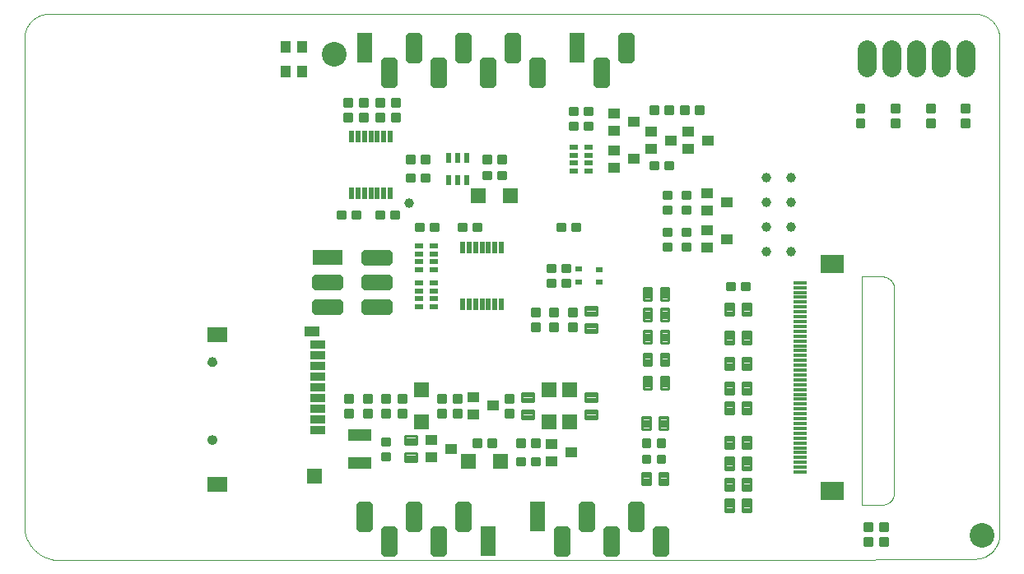
<source format=gts>
G75*
%MOIN*%
%OFA0B0*%
%FSLAX25Y25*%
%IPPOS*%
%LPD*%
%AMOC8*
5,1,8,0,0,1.08239X$1,22.5*
%
%ADD10C,0.00100*%
%ADD11R,0.02400X0.04400*%
%ADD12R,0.04900X0.04400*%
%ADD13C,0.00975*%
%ADD14C,0.03900*%
%ADD15C,0.10000*%
%ADD16R,0.09400X0.04900*%
%ADD17R,0.01975X0.05124*%
%ADD18R,0.06400X0.03400*%
%ADD19R,0.06400X0.04400*%
%ADD20R,0.08400X0.06400*%
%ADD21R,0.06400X0.06400*%
%ADD22C,0.00000*%
%ADD23C,0.01100*%
%ADD24R,0.03400X0.02400*%
%ADD25R,0.05900X0.05900*%
%ADD26R,0.02762X0.01975*%
%ADD27R,0.02762X0.02369*%
%ADD28C,0.03200*%
%ADD29R,0.06400X0.12400*%
%ADD30R,0.12400X0.06400*%
%ADD31R,0.05512X0.01575*%
%ADD32R,0.09252X0.07480*%
%ADD33R,0.04337X0.04731*%
%ADD34C,0.07800*%
D10*
X0091780Y0019562D02*
X0091780Y0219467D01*
X0091794Y0219705D01*
X0091814Y0219942D01*
X0091839Y0220179D01*
X0091871Y0220416D01*
X0091907Y0220651D01*
X0091950Y0220886D01*
X0091998Y0221119D01*
X0092052Y0221352D01*
X0092112Y0221582D01*
X0092177Y0221812D01*
X0092248Y0222040D01*
X0092324Y0222266D01*
X0092405Y0222490D01*
X0092492Y0222712D01*
X0092584Y0222932D01*
X0092682Y0223149D01*
X0092785Y0223364D01*
X0092893Y0223577D01*
X0093006Y0223787D01*
X0093124Y0223994D01*
X0093247Y0224198D01*
X0093375Y0224399D01*
X0093508Y0224597D01*
X0093645Y0224792D01*
X0093787Y0224984D01*
X0093934Y0225172D01*
X0094085Y0225356D01*
X0094241Y0225536D01*
X0094401Y0225713D01*
X0094565Y0225886D01*
X0094734Y0226055D01*
X0094906Y0226220D01*
X0095082Y0226380D01*
X0095263Y0226536D01*
X0095446Y0226688D01*
X0095634Y0226836D01*
X0095825Y0226978D01*
X0096019Y0227116D01*
X0096217Y0227250D01*
X0096418Y0227378D01*
X0096622Y0227502D01*
X0096828Y0227621D01*
X0097038Y0227734D01*
X0097250Y0227843D01*
X0097465Y0227946D01*
X0097683Y0228044D01*
X0097902Y0228137D01*
X0098124Y0228225D01*
X0098348Y0228307D01*
X0098573Y0228384D01*
X0098801Y0228455D01*
X0099030Y0228521D01*
X0099261Y0228581D01*
X0099493Y0228635D01*
X0099726Y0228684D01*
X0099961Y0228728D01*
X0100196Y0228765D01*
X0100433Y0228797D01*
X0100670Y0228824D01*
X0100907Y0228844D01*
X0101145Y0228859D01*
X0101383Y0228868D01*
X0101622Y0228871D01*
X0101860Y0228868D01*
X0102099Y0228860D01*
X0102098Y0228861D02*
X0476594Y0228861D01*
X0476836Y0228858D01*
X0477077Y0228849D01*
X0477318Y0228835D01*
X0477559Y0228814D01*
X0477799Y0228788D01*
X0478039Y0228756D01*
X0478278Y0228718D01*
X0478515Y0228675D01*
X0478752Y0228625D01*
X0478987Y0228570D01*
X0479221Y0228510D01*
X0479453Y0228443D01*
X0479684Y0228372D01*
X0479913Y0228294D01*
X0480140Y0228211D01*
X0480365Y0228123D01*
X0480588Y0228029D01*
X0480808Y0227930D01*
X0481026Y0227825D01*
X0481241Y0227716D01*
X0481454Y0227601D01*
X0481664Y0227481D01*
X0481870Y0227356D01*
X0482074Y0227226D01*
X0482275Y0227091D01*
X0482472Y0226951D01*
X0482666Y0226807D01*
X0482856Y0226658D01*
X0483042Y0226504D01*
X0483225Y0226346D01*
X0483404Y0226184D01*
X0483579Y0226017D01*
X0483750Y0225846D01*
X0483917Y0225671D01*
X0484079Y0225492D01*
X0484237Y0225309D01*
X0484391Y0225123D01*
X0484540Y0224933D01*
X0484684Y0224739D01*
X0484824Y0224542D01*
X0484959Y0224341D01*
X0485089Y0224137D01*
X0485214Y0223931D01*
X0485334Y0223721D01*
X0485449Y0223508D01*
X0485558Y0223293D01*
X0485663Y0223075D01*
X0485762Y0222855D01*
X0485856Y0222632D01*
X0485944Y0222407D01*
X0486027Y0222180D01*
X0486105Y0221951D01*
X0486176Y0221720D01*
X0486243Y0221488D01*
X0486303Y0221254D01*
X0486358Y0221019D01*
X0486408Y0220782D01*
X0486451Y0220545D01*
X0486489Y0220306D01*
X0486521Y0220066D01*
X0486547Y0219826D01*
X0486568Y0219585D01*
X0486582Y0219344D01*
X0486591Y0219103D01*
X0486594Y0218861D01*
X0486594Y0017955D01*
X0486591Y0017713D01*
X0486582Y0017472D01*
X0486568Y0017231D01*
X0486547Y0016990D01*
X0486521Y0016750D01*
X0486489Y0016510D01*
X0486451Y0016271D01*
X0486408Y0016034D01*
X0486358Y0015797D01*
X0486303Y0015562D01*
X0486243Y0015328D01*
X0486176Y0015096D01*
X0486105Y0014865D01*
X0486027Y0014636D01*
X0485944Y0014409D01*
X0485856Y0014184D01*
X0485762Y0013961D01*
X0485663Y0013741D01*
X0485558Y0013523D01*
X0485449Y0013308D01*
X0485334Y0013095D01*
X0485214Y0012885D01*
X0485089Y0012679D01*
X0484959Y0012475D01*
X0484824Y0012274D01*
X0484684Y0012077D01*
X0484540Y0011883D01*
X0484391Y0011693D01*
X0484237Y0011507D01*
X0484079Y0011324D01*
X0483917Y0011145D01*
X0483750Y0010970D01*
X0483579Y0010799D01*
X0483404Y0010632D01*
X0483225Y0010470D01*
X0483042Y0010312D01*
X0482856Y0010158D01*
X0482666Y0010009D01*
X0482472Y0009865D01*
X0482275Y0009725D01*
X0482074Y0009590D01*
X0481870Y0009460D01*
X0481664Y0009335D01*
X0481454Y0009215D01*
X0481241Y0009100D01*
X0481026Y0008991D01*
X0480808Y0008886D01*
X0480588Y0008787D01*
X0480365Y0008693D01*
X0480140Y0008605D01*
X0479913Y0008522D01*
X0479684Y0008444D01*
X0479453Y0008373D01*
X0479221Y0008306D01*
X0478987Y0008246D01*
X0478752Y0008191D01*
X0478515Y0008141D01*
X0478278Y0008098D01*
X0478039Y0008060D01*
X0477799Y0008028D01*
X0477559Y0008002D01*
X0477318Y0007981D01*
X0477077Y0007967D01*
X0476836Y0007958D01*
X0476594Y0007955D01*
X0395677Y0007562D01*
X0396496Y0007562D01*
X0395677Y0007562D02*
X0212150Y0007562D01*
X0107780Y0007562D01*
X0107441Y0007518D01*
X0107101Y0007482D01*
X0106761Y0007454D01*
X0106419Y0007434D01*
X0106078Y0007423D01*
X0105736Y0007420D01*
X0105394Y0007425D01*
X0105053Y0007439D01*
X0104712Y0007460D01*
X0104371Y0007490D01*
X0104032Y0007528D01*
X0103693Y0007575D01*
X0103356Y0007629D01*
X0103020Y0007692D01*
X0102686Y0007763D01*
X0102353Y0007841D01*
X0102023Y0007928D01*
X0101694Y0008023D01*
X0101368Y0008126D01*
X0101045Y0008236D01*
X0100724Y0008355D01*
X0100407Y0008481D01*
X0100092Y0008614D01*
X0099781Y0008756D01*
X0099473Y0008904D01*
X0099169Y0009060D01*
X0098869Y0009224D01*
X0098573Y0009394D01*
X0098281Y0009572D01*
X0097993Y0009757D01*
X0097710Y0009948D01*
X0097432Y0010147D01*
X0097159Y0010352D01*
X0096890Y0010563D01*
X0096627Y0010781D01*
X0096369Y0011006D01*
X0096117Y0011236D01*
X0095870Y0011473D01*
X0095629Y0011715D01*
X0095394Y0011963D01*
X0095166Y0012217D01*
X0094943Y0012476D01*
X0094726Y0012741D01*
X0094517Y0013010D01*
X0094313Y0013285D01*
X0094117Y0013565D01*
X0093927Y0013849D01*
X0093744Y0014137D01*
X0093568Y0014430D01*
X0093399Y0014728D01*
X0093238Y0015029D01*
X0093083Y0015334D01*
X0092937Y0015642D01*
X0092797Y0015954D01*
X0092666Y0016270D01*
X0092542Y0016588D01*
X0092425Y0016910D01*
X0092317Y0017234D01*
X0092216Y0017560D01*
X0092123Y0017889D01*
X0092039Y0018220D01*
X0091962Y0018553D01*
X0091893Y0018888D01*
X0091833Y0019224D01*
X0091780Y0019562D01*
X0431008Y0029924D02*
X0438966Y0029886D01*
X0431008Y0029924D02*
X0431008Y0122424D01*
X0439008Y0122424D01*
X0439148Y0122421D01*
X0439288Y0122414D01*
X0439428Y0122403D01*
X0439567Y0122388D01*
X0439706Y0122369D01*
X0439844Y0122347D01*
X0439982Y0122320D01*
X0440119Y0122290D01*
X0440255Y0122255D01*
X0440390Y0122218D01*
X0440524Y0122176D01*
X0440656Y0122130D01*
X0440787Y0122081D01*
X0440917Y0122028D01*
X0441046Y0121972D01*
X0441172Y0121912D01*
X0441297Y0121848D01*
X0441420Y0121781D01*
X0441542Y0121711D01*
X0441661Y0121637D01*
X0441778Y0121559D01*
X0441893Y0121479D01*
X0442005Y0121395D01*
X0442115Y0121309D01*
X0442223Y0121219D01*
X0442328Y0121126D01*
X0442430Y0121030D01*
X0442530Y0120932D01*
X0442627Y0120831D01*
X0442721Y0120727D01*
X0442812Y0120620D01*
X0442900Y0120511D01*
X0442985Y0120400D01*
X0443067Y0120286D01*
X0443146Y0120170D01*
X0443221Y0120051D01*
X0443293Y0119931D01*
X0443361Y0119809D01*
X0443427Y0119685D01*
X0443488Y0119559D01*
X0443546Y0119431D01*
X0443601Y0119302D01*
X0443651Y0119171D01*
X0443699Y0119039D01*
X0443742Y0118906D01*
X0443782Y0118771D01*
X0443817Y0118636D01*
X0443849Y0118499D01*
X0443878Y0118362D01*
X0443902Y0118224D01*
X0443922Y0118085D01*
X0443939Y0117946D01*
X0443951Y0117806D01*
X0443960Y0117667D01*
X0443965Y0117526D01*
X0443966Y0117386D01*
X0443966Y0034886D01*
X0443964Y0034746D01*
X0443958Y0034606D01*
X0443948Y0034466D01*
X0443935Y0034326D01*
X0443917Y0034187D01*
X0443895Y0034048D01*
X0443870Y0033911D01*
X0443841Y0033773D01*
X0443808Y0033637D01*
X0443771Y0033502D01*
X0443730Y0033368D01*
X0443685Y0033235D01*
X0443637Y0033103D01*
X0443585Y0032973D01*
X0443530Y0032844D01*
X0443471Y0032717D01*
X0443408Y0032591D01*
X0443342Y0032467D01*
X0443273Y0032346D01*
X0443200Y0032226D01*
X0443123Y0032108D01*
X0443044Y0031993D01*
X0442961Y0031879D01*
X0442875Y0031769D01*
X0442786Y0031660D01*
X0442694Y0031554D01*
X0442599Y0031451D01*
X0442502Y0031350D01*
X0442401Y0031253D01*
X0442298Y0031158D01*
X0442192Y0031066D01*
X0442083Y0030977D01*
X0441973Y0030891D01*
X0441859Y0030808D01*
X0441744Y0030729D01*
X0441626Y0030652D01*
X0441506Y0030579D01*
X0441385Y0030510D01*
X0441261Y0030444D01*
X0441135Y0030381D01*
X0441008Y0030322D01*
X0440879Y0030267D01*
X0440749Y0030215D01*
X0440617Y0030167D01*
X0440484Y0030122D01*
X0440350Y0030081D01*
X0440215Y0030044D01*
X0440079Y0030011D01*
X0439941Y0029982D01*
X0439804Y0029957D01*
X0439665Y0029935D01*
X0439526Y0029917D01*
X0439386Y0029904D01*
X0439246Y0029894D01*
X0439106Y0029888D01*
X0438966Y0029886D01*
D11*
X0270848Y0161524D03*
X0267108Y0161524D03*
X0263368Y0161524D03*
X0263368Y0170524D03*
X0267108Y0170524D03*
X0270848Y0170524D03*
D12*
X0330608Y0173524D03*
X0338608Y0170024D03*
X0345608Y0174024D03*
X0353608Y0177524D03*
X0360608Y0181024D03*
X0368608Y0177524D03*
X0360608Y0174024D03*
X0345608Y0181024D03*
X0338608Y0185024D03*
X0330608Y0188524D03*
X0330608Y0181524D03*
X0330608Y0166524D03*
X0368108Y0156024D03*
X0376108Y0152524D03*
X0368108Y0149024D03*
X0368108Y0141024D03*
X0376108Y0137524D03*
X0368108Y0134024D03*
X0273608Y0073524D03*
X0281608Y0070024D03*
X0273608Y0066524D03*
X0256608Y0056024D03*
X0264608Y0052524D03*
X0256608Y0049024D03*
X0305108Y0047524D03*
X0313108Y0051024D03*
X0305108Y0054524D03*
D13*
X0300071Y0053561D02*
X0297145Y0053561D01*
X0297145Y0056487D01*
X0300071Y0056487D01*
X0300071Y0053561D01*
X0300071Y0054535D02*
X0297145Y0054535D01*
X0297145Y0055509D02*
X0300071Y0055509D01*
X0300071Y0056483D02*
X0297145Y0056483D01*
X0294071Y0053561D02*
X0291145Y0053561D01*
X0291145Y0056487D01*
X0294071Y0056487D01*
X0294071Y0053561D01*
X0294071Y0054535D02*
X0291145Y0054535D01*
X0291145Y0055509D02*
X0294071Y0055509D01*
X0294071Y0056483D02*
X0291145Y0056483D01*
X0282571Y0056487D02*
X0279645Y0056487D01*
X0282571Y0056487D02*
X0282571Y0053561D01*
X0279645Y0053561D01*
X0279645Y0056487D01*
X0279645Y0054535D02*
X0282571Y0054535D01*
X0282571Y0055509D02*
X0279645Y0055509D01*
X0279645Y0056483D02*
X0282571Y0056483D01*
X0276571Y0056487D02*
X0273645Y0056487D01*
X0276571Y0056487D02*
X0276571Y0053561D01*
X0273645Y0053561D01*
X0273645Y0056487D01*
X0273645Y0054535D02*
X0276571Y0054535D01*
X0276571Y0055509D02*
X0273645Y0055509D01*
X0273645Y0056483D02*
X0276571Y0056483D01*
X0268571Y0065561D02*
X0268571Y0068487D01*
X0268571Y0065561D02*
X0265645Y0065561D01*
X0265645Y0068487D01*
X0268571Y0068487D01*
X0268571Y0066535D02*
X0265645Y0066535D01*
X0265645Y0067509D02*
X0268571Y0067509D01*
X0268571Y0068483D02*
X0265645Y0068483D01*
X0262071Y0068487D02*
X0262071Y0065561D01*
X0259145Y0065561D01*
X0259145Y0068487D01*
X0262071Y0068487D01*
X0262071Y0066535D02*
X0259145Y0066535D01*
X0259145Y0067509D02*
X0262071Y0067509D01*
X0262071Y0068483D02*
X0259145Y0068483D01*
X0262071Y0071561D02*
X0262071Y0074487D01*
X0262071Y0071561D02*
X0259145Y0071561D01*
X0259145Y0074487D01*
X0262071Y0074487D01*
X0262071Y0072535D02*
X0259145Y0072535D01*
X0259145Y0073509D02*
X0262071Y0073509D01*
X0262071Y0074483D02*
X0259145Y0074483D01*
X0268571Y0074487D02*
X0268571Y0071561D01*
X0265645Y0071561D01*
X0265645Y0074487D01*
X0268571Y0074487D01*
X0268571Y0072535D02*
X0265645Y0072535D01*
X0265645Y0073509D02*
X0268571Y0073509D01*
X0268571Y0074483D02*
X0265645Y0074483D01*
X0246071Y0074487D02*
X0246071Y0071561D01*
X0243145Y0071561D01*
X0243145Y0074487D01*
X0246071Y0074487D01*
X0246071Y0072535D02*
X0243145Y0072535D01*
X0243145Y0073509D02*
X0246071Y0073509D01*
X0246071Y0074483D02*
X0243145Y0074483D01*
X0239571Y0074487D02*
X0239571Y0071561D01*
X0236645Y0071561D01*
X0236645Y0074487D01*
X0239571Y0074487D01*
X0239571Y0072535D02*
X0236645Y0072535D01*
X0236645Y0073509D02*
X0239571Y0073509D01*
X0239571Y0074483D02*
X0236645Y0074483D01*
X0229145Y0074487D02*
X0229145Y0071561D01*
X0229145Y0074487D02*
X0232071Y0074487D01*
X0232071Y0071561D01*
X0229145Y0071561D01*
X0229145Y0072535D02*
X0232071Y0072535D01*
X0232071Y0073509D02*
X0229145Y0073509D01*
X0229145Y0074483D02*
X0232071Y0074483D01*
X0224571Y0074487D02*
X0224571Y0071561D01*
X0221645Y0071561D01*
X0221645Y0074487D01*
X0224571Y0074487D01*
X0224571Y0072535D02*
X0221645Y0072535D01*
X0221645Y0073509D02*
X0224571Y0073509D01*
X0224571Y0074483D02*
X0221645Y0074483D01*
X0224571Y0068487D02*
X0224571Y0065561D01*
X0221645Y0065561D01*
X0221645Y0068487D01*
X0224571Y0068487D01*
X0224571Y0066535D02*
X0221645Y0066535D01*
X0221645Y0067509D02*
X0224571Y0067509D01*
X0224571Y0068483D02*
X0221645Y0068483D01*
X0229145Y0068487D02*
X0229145Y0065561D01*
X0229145Y0068487D02*
X0232071Y0068487D01*
X0232071Y0065561D01*
X0229145Y0065561D01*
X0229145Y0066535D02*
X0232071Y0066535D01*
X0232071Y0067509D02*
X0229145Y0067509D01*
X0229145Y0068483D02*
X0232071Y0068483D01*
X0239571Y0068487D02*
X0239571Y0065561D01*
X0236645Y0065561D01*
X0236645Y0068487D01*
X0239571Y0068487D01*
X0239571Y0066535D02*
X0236645Y0066535D01*
X0236645Y0067509D02*
X0239571Y0067509D01*
X0239571Y0068483D02*
X0236645Y0068483D01*
X0246071Y0068487D02*
X0246071Y0065561D01*
X0243145Y0065561D01*
X0243145Y0068487D01*
X0246071Y0068487D01*
X0246071Y0066535D02*
X0243145Y0066535D01*
X0243145Y0067509D02*
X0246071Y0067509D01*
X0246071Y0068483D02*
X0243145Y0068483D01*
X0236645Y0056987D02*
X0236645Y0054061D01*
X0236645Y0056987D02*
X0239571Y0056987D01*
X0239571Y0054061D01*
X0236645Y0054061D01*
X0236645Y0055035D02*
X0239571Y0055035D01*
X0239571Y0056009D02*
X0236645Y0056009D01*
X0236645Y0056983D02*
X0239571Y0056983D01*
X0236645Y0050987D02*
X0236645Y0048061D01*
X0236645Y0050987D02*
X0239571Y0050987D01*
X0239571Y0048061D01*
X0236645Y0048061D01*
X0236645Y0049035D02*
X0239571Y0049035D01*
X0239571Y0050009D02*
X0236645Y0050009D01*
X0236645Y0050983D02*
X0239571Y0050983D01*
X0289571Y0065561D02*
X0289571Y0068487D01*
X0289571Y0065561D02*
X0286645Y0065561D01*
X0286645Y0068487D01*
X0289571Y0068487D01*
X0289571Y0066535D02*
X0286645Y0066535D01*
X0286645Y0067509D02*
X0289571Y0067509D01*
X0289571Y0068483D02*
X0286645Y0068483D01*
X0289571Y0071561D02*
X0289571Y0074487D01*
X0289571Y0071561D02*
X0286645Y0071561D01*
X0286645Y0074487D01*
X0289571Y0074487D01*
X0289571Y0072535D02*
X0286645Y0072535D01*
X0286645Y0073509D02*
X0289571Y0073509D01*
X0289571Y0074483D02*
X0286645Y0074483D01*
X0300071Y0100561D02*
X0300071Y0103487D01*
X0300071Y0100561D02*
X0297145Y0100561D01*
X0297145Y0103487D01*
X0300071Y0103487D01*
X0300071Y0101535D02*
X0297145Y0101535D01*
X0297145Y0102509D02*
X0300071Y0102509D01*
X0300071Y0103483D02*
X0297145Y0103483D01*
X0300071Y0106561D02*
X0300071Y0109487D01*
X0300071Y0106561D02*
X0297145Y0106561D01*
X0297145Y0109487D01*
X0300071Y0109487D01*
X0300071Y0107535D02*
X0297145Y0107535D01*
X0297145Y0108509D02*
X0300071Y0108509D01*
X0300071Y0109483D02*
X0297145Y0109483D01*
X0304645Y0109487D02*
X0304645Y0106561D01*
X0304645Y0109487D02*
X0307571Y0109487D01*
X0307571Y0106561D01*
X0304645Y0106561D01*
X0304645Y0107535D02*
X0307571Y0107535D01*
X0307571Y0108509D02*
X0304645Y0108509D01*
X0304645Y0109483D02*
X0307571Y0109483D01*
X0315071Y0109487D02*
X0315071Y0106561D01*
X0312145Y0106561D01*
X0312145Y0109487D01*
X0315071Y0109487D01*
X0315071Y0107535D02*
X0312145Y0107535D01*
X0312145Y0108509D02*
X0315071Y0108509D01*
X0315071Y0109483D02*
X0312145Y0109483D01*
X0315071Y0103487D02*
X0315071Y0100561D01*
X0312145Y0100561D01*
X0312145Y0103487D01*
X0315071Y0103487D01*
X0315071Y0101535D02*
X0312145Y0101535D01*
X0312145Y0102509D02*
X0315071Y0102509D01*
X0315071Y0103483D02*
X0312145Y0103483D01*
X0304645Y0103487D02*
X0304645Y0100561D01*
X0304645Y0103487D02*
X0307571Y0103487D01*
X0307571Y0100561D01*
X0304645Y0100561D01*
X0304645Y0101535D02*
X0307571Y0101535D01*
X0307571Y0102509D02*
X0304645Y0102509D01*
X0304645Y0103483D02*
X0307571Y0103483D01*
X0303445Y0118361D02*
X0303445Y0121287D01*
X0306371Y0121287D01*
X0306371Y0118361D01*
X0303445Y0118361D01*
X0303445Y0119335D02*
X0306371Y0119335D01*
X0306371Y0120309D02*
X0303445Y0120309D01*
X0303445Y0121283D02*
X0306371Y0121283D01*
X0309445Y0121287D02*
X0309445Y0118361D01*
X0309445Y0121287D02*
X0312371Y0121287D01*
X0312371Y0118361D01*
X0309445Y0118361D01*
X0309445Y0119335D02*
X0312371Y0119335D01*
X0312371Y0120309D02*
X0309445Y0120309D01*
X0309445Y0121283D02*
X0312371Y0121283D01*
X0309445Y0124361D02*
X0309445Y0127287D01*
X0312371Y0127287D01*
X0312371Y0124361D01*
X0309445Y0124361D01*
X0309445Y0125335D02*
X0312371Y0125335D01*
X0312371Y0126309D02*
X0309445Y0126309D01*
X0309445Y0127283D02*
X0312371Y0127283D01*
X0303445Y0127287D02*
X0303445Y0124361D01*
X0303445Y0127287D02*
X0306371Y0127287D01*
X0306371Y0124361D01*
X0303445Y0124361D01*
X0303445Y0125335D02*
X0306371Y0125335D01*
X0306371Y0126309D02*
X0303445Y0126309D01*
X0303445Y0127283D02*
X0306371Y0127283D01*
X0307645Y0141061D02*
X0310571Y0141061D01*
X0307645Y0141061D02*
X0307645Y0143987D01*
X0310571Y0143987D01*
X0310571Y0141061D01*
X0310571Y0142035D02*
X0307645Y0142035D01*
X0307645Y0143009D02*
X0310571Y0143009D01*
X0310571Y0143983D02*
X0307645Y0143983D01*
X0313645Y0141061D02*
X0316571Y0141061D01*
X0313645Y0141061D02*
X0313645Y0143987D01*
X0316571Y0143987D01*
X0316571Y0141061D01*
X0316571Y0142035D02*
X0313645Y0142035D01*
X0313645Y0143009D02*
X0316571Y0143009D01*
X0316571Y0143983D02*
X0313645Y0143983D01*
X0276571Y0143987D02*
X0273645Y0143987D01*
X0276571Y0143987D02*
X0276571Y0141061D01*
X0273645Y0141061D01*
X0273645Y0143987D01*
X0273645Y0142035D02*
X0276571Y0142035D01*
X0276571Y0143009D02*
X0273645Y0143009D01*
X0273645Y0143983D02*
X0276571Y0143983D01*
X0270571Y0143987D02*
X0267645Y0143987D01*
X0270571Y0143987D02*
X0270571Y0141061D01*
X0267645Y0141061D01*
X0267645Y0143987D01*
X0267645Y0142035D02*
X0270571Y0142035D01*
X0270571Y0143009D02*
X0267645Y0143009D01*
X0267645Y0143983D02*
X0270571Y0143983D01*
X0259071Y0143987D02*
X0256145Y0143987D01*
X0259071Y0143987D02*
X0259071Y0141061D01*
X0256145Y0141061D01*
X0256145Y0143987D01*
X0256145Y0142035D02*
X0259071Y0142035D01*
X0259071Y0143009D02*
X0256145Y0143009D01*
X0256145Y0143983D02*
X0259071Y0143983D01*
X0253071Y0143987D02*
X0250145Y0143987D01*
X0253071Y0143987D02*
X0253071Y0141061D01*
X0250145Y0141061D01*
X0250145Y0143987D01*
X0250145Y0142035D02*
X0253071Y0142035D01*
X0253071Y0143009D02*
X0250145Y0143009D01*
X0250145Y0143983D02*
X0253071Y0143983D01*
X0243071Y0146061D02*
X0240145Y0146061D01*
X0240145Y0148987D01*
X0243071Y0148987D01*
X0243071Y0146061D01*
X0243071Y0147035D02*
X0240145Y0147035D01*
X0240145Y0148009D02*
X0243071Y0148009D01*
X0243071Y0148983D02*
X0240145Y0148983D01*
X0237071Y0146061D02*
X0234145Y0146061D01*
X0234145Y0148987D01*
X0237071Y0148987D01*
X0237071Y0146061D01*
X0237071Y0147035D02*
X0234145Y0147035D01*
X0234145Y0148009D02*
X0237071Y0148009D01*
X0237071Y0148983D02*
X0234145Y0148983D01*
X0227571Y0148987D02*
X0224645Y0148987D01*
X0227571Y0148987D02*
X0227571Y0146061D01*
X0224645Y0146061D01*
X0224645Y0148987D01*
X0224645Y0147035D02*
X0227571Y0147035D01*
X0227571Y0148009D02*
X0224645Y0148009D01*
X0224645Y0148983D02*
X0227571Y0148983D01*
X0221571Y0148987D02*
X0218645Y0148987D01*
X0221571Y0148987D02*
X0221571Y0146061D01*
X0218645Y0146061D01*
X0218645Y0148987D01*
X0218645Y0147035D02*
X0221571Y0147035D01*
X0221571Y0148009D02*
X0218645Y0148009D01*
X0218645Y0148983D02*
X0221571Y0148983D01*
X0246645Y0161061D02*
X0249571Y0161061D01*
X0246645Y0161061D02*
X0246645Y0163987D01*
X0249571Y0163987D01*
X0249571Y0161061D01*
X0249571Y0162035D02*
X0246645Y0162035D01*
X0246645Y0163009D02*
X0249571Y0163009D01*
X0249571Y0163983D02*
X0246645Y0163983D01*
X0252645Y0161061D02*
X0255571Y0161061D01*
X0252645Y0161061D02*
X0252645Y0163987D01*
X0255571Y0163987D01*
X0255571Y0161061D01*
X0255571Y0162035D02*
X0252645Y0162035D01*
X0252645Y0163009D02*
X0255571Y0163009D01*
X0255571Y0163983D02*
X0252645Y0163983D01*
X0252645Y0168561D02*
X0255571Y0168561D01*
X0252645Y0168561D02*
X0252645Y0171487D01*
X0255571Y0171487D01*
X0255571Y0168561D01*
X0255571Y0169535D02*
X0252645Y0169535D01*
X0252645Y0170509D02*
X0255571Y0170509D01*
X0255571Y0171483D02*
X0252645Y0171483D01*
X0249571Y0168561D02*
X0246645Y0168561D01*
X0246645Y0171487D01*
X0249571Y0171487D01*
X0249571Y0168561D01*
X0249571Y0169535D02*
X0246645Y0169535D01*
X0246645Y0170509D02*
X0249571Y0170509D01*
X0249571Y0171483D02*
X0246645Y0171483D01*
X0243571Y0185561D02*
X0243571Y0188487D01*
X0243571Y0185561D02*
X0240645Y0185561D01*
X0240645Y0188487D01*
X0243571Y0188487D01*
X0243571Y0186535D02*
X0240645Y0186535D01*
X0240645Y0187509D02*
X0243571Y0187509D01*
X0243571Y0188483D02*
X0240645Y0188483D01*
X0243571Y0191561D02*
X0243571Y0194487D01*
X0243571Y0191561D02*
X0240645Y0191561D01*
X0240645Y0194487D01*
X0243571Y0194487D01*
X0243571Y0192535D02*
X0240645Y0192535D01*
X0240645Y0193509D02*
X0243571Y0193509D01*
X0243571Y0194483D02*
X0240645Y0194483D01*
X0237071Y0194487D02*
X0237071Y0191561D01*
X0234145Y0191561D01*
X0234145Y0194487D01*
X0237071Y0194487D01*
X0237071Y0192535D02*
X0234145Y0192535D01*
X0234145Y0193509D02*
X0237071Y0193509D01*
X0237071Y0194483D02*
X0234145Y0194483D01*
X0230571Y0194487D02*
X0230571Y0191561D01*
X0227645Y0191561D01*
X0227645Y0194487D01*
X0230571Y0194487D01*
X0230571Y0192535D02*
X0227645Y0192535D01*
X0227645Y0193509D02*
X0230571Y0193509D01*
X0230571Y0194483D02*
X0227645Y0194483D01*
X0221145Y0194487D02*
X0221145Y0191561D01*
X0221145Y0194487D02*
X0224071Y0194487D01*
X0224071Y0191561D01*
X0221145Y0191561D01*
X0221145Y0192535D02*
X0224071Y0192535D01*
X0224071Y0193509D02*
X0221145Y0193509D01*
X0221145Y0194483D02*
X0224071Y0194483D01*
X0221145Y0188487D02*
X0221145Y0185561D01*
X0221145Y0188487D02*
X0224071Y0188487D01*
X0224071Y0185561D01*
X0221145Y0185561D01*
X0221145Y0186535D02*
X0224071Y0186535D01*
X0224071Y0187509D02*
X0221145Y0187509D01*
X0221145Y0188483D02*
X0224071Y0188483D01*
X0230571Y0188487D02*
X0230571Y0185561D01*
X0227645Y0185561D01*
X0227645Y0188487D01*
X0230571Y0188487D01*
X0230571Y0186535D02*
X0227645Y0186535D01*
X0227645Y0187509D02*
X0230571Y0187509D01*
X0230571Y0188483D02*
X0227645Y0188483D01*
X0237071Y0188487D02*
X0237071Y0185561D01*
X0234145Y0185561D01*
X0234145Y0188487D01*
X0237071Y0188487D01*
X0237071Y0186535D02*
X0234145Y0186535D01*
X0234145Y0187509D02*
X0237071Y0187509D01*
X0237071Y0188483D02*
X0234145Y0188483D01*
X0277645Y0171487D02*
X0280571Y0171487D01*
X0280571Y0168561D01*
X0277645Y0168561D01*
X0277645Y0171487D01*
X0277645Y0169535D02*
X0280571Y0169535D01*
X0280571Y0170509D02*
X0277645Y0170509D01*
X0277645Y0171483D02*
X0280571Y0171483D01*
X0283645Y0171487D02*
X0286571Y0171487D01*
X0286571Y0168561D01*
X0283645Y0168561D01*
X0283645Y0171487D01*
X0283645Y0169535D02*
X0286571Y0169535D01*
X0286571Y0170509D02*
X0283645Y0170509D01*
X0283645Y0171483D02*
X0286571Y0171483D01*
X0286571Y0162061D02*
X0283645Y0162061D01*
X0283645Y0164987D01*
X0286571Y0164987D01*
X0286571Y0162061D01*
X0286571Y0163035D02*
X0283645Y0163035D01*
X0283645Y0164009D02*
X0286571Y0164009D01*
X0286571Y0164983D02*
X0283645Y0164983D01*
X0280571Y0162061D02*
X0277645Y0162061D01*
X0277645Y0164987D01*
X0280571Y0164987D01*
X0280571Y0162061D01*
X0280571Y0163035D02*
X0277645Y0163035D01*
X0277645Y0164009D02*
X0280571Y0164009D01*
X0280571Y0164983D02*
X0277645Y0164983D01*
X0312645Y0182061D02*
X0315571Y0182061D01*
X0312645Y0182061D02*
X0312645Y0184987D01*
X0315571Y0184987D01*
X0315571Y0182061D01*
X0315571Y0183035D02*
X0312645Y0183035D01*
X0312645Y0184009D02*
X0315571Y0184009D01*
X0315571Y0184983D02*
X0312645Y0184983D01*
X0318645Y0182061D02*
X0321571Y0182061D01*
X0318645Y0182061D02*
X0318645Y0184987D01*
X0321571Y0184987D01*
X0321571Y0182061D01*
X0321571Y0183035D02*
X0318645Y0183035D01*
X0318645Y0184009D02*
X0321571Y0184009D01*
X0321571Y0184983D02*
X0318645Y0184983D01*
X0318645Y0188061D02*
X0321571Y0188061D01*
X0318645Y0188061D02*
X0318645Y0190987D01*
X0321571Y0190987D01*
X0321571Y0188061D01*
X0321571Y0189035D02*
X0318645Y0189035D01*
X0318645Y0190009D02*
X0321571Y0190009D01*
X0321571Y0190983D02*
X0318645Y0190983D01*
X0315571Y0188061D02*
X0312645Y0188061D01*
X0312645Y0190987D01*
X0315571Y0190987D01*
X0315571Y0188061D01*
X0315571Y0189035D02*
X0312645Y0189035D01*
X0312645Y0190009D02*
X0315571Y0190009D01*
X0315571Y0190983D02*
X0312645Y0190983D01*
X0345145Y0191487D02*
X0348071Y0191487D01*
X0348071Y0188561D01*
X0345145Y0188561D01*
X0345145Y0191487D01*
X0345145Y0189535D02*
X0348071Y0189535D01*
X0348071Y0190509D02*
X0345145Y0190509D01*
X0345145Y0191483D02*
X0348071Y0191483D01*
X0351145Y0191487D02*
X0354071Y0191487D01*
X0354071Y0188561D01*
X0351145Y0188561D01*
X0351145Y0191487D01*
X0351145Y0189535D02*
X0354071Y0189535D01*
X0354071Y0190509D02*
X0351145Y0190509D01*
X0351145Y0191483D02*
X0354071Y0191483D01*
X0357645Y0191487D02*
X0360571Y0191487D01*
X0360571Y0188561D01*
X0357645Y0188561D01*
X0357645Y0191487D01*
X0357645Y0189535D02*
X0360571Y0189535D01*
X0360571Y0190509D02*
X0357645Y0190509D01*
X0357645Y0191483D02*
X0360571Y0191483D01*
X0363645Y0191487D02*
X0366571Y0191487D01*
X0366571Y0188561D01*
X0363645Y0188561D01*
X0363645Y0191487D01*
X0363645Y0189535D02*
X0366571Y0189535D01*
X0366571Y0190509D02*
X0363645Y0190509D01*
X0363645Y0191483D02*
X0366571Y0191483D01*
X0354071Y0168987D02*
X0351145Y0168987D01*
X0354071Y0168987D02*
X0354071Y0166061D01*
X0351145Y0166061D01*
X0351145Y0168987D01*
X0351145Y0167035D02*
X0354071Y0167035D01*
X0354071Y0168009D02*
X0351145Y0168009D01*
X0351145Y0168983D02*
X0354071Y0168983D01*
X0348071Y0168987D02*
X0345145Y0168987D01*
X0348071Y0168987D02*
X0348071Y0166061D01*
X0345145Y0166061D01*
X0345145Y0168987D01*
X0345145Y0167035D02*
X0348071Y0167035D01*
X0348071Y0168009D02*
X0345145Y0168009D01*
X0345145Y0168983D02*
X0348071Y0168983D01*
X0353571Y0156987D02*
X0353571Y0154061D01*
X0350645Y0154061D01*
X0350645Y0156987D01*
X0353571Y0156987D01*
X0353571Y0155035D02*
X0350645Y0155035D01*
X0350645Y0156009D02*
X0353571Y0156009D01*
X0353571Y0156983D02*
X0350645Y0156983D01*
X0361071Y0156987D02*
X0361071Y0154061D01*
X0358145Y0154061D01*
X0358145Y0156987D01*
X0361071Y0156987D01*
X0361071Y0155035D02*
X0358145Y0155035D01*
X0358145Y0156009D02*
X0361071Y0156009D01*
X0361071Y0156983D02*
X0358145Y0156983D01*
X0361071Y0150987D02*
X0361071Y0148061D01*
X0358145Y0148061D01*
X0358145Y0150987D01*
X0361071Y0150987D01*
X0361071Y0149035D02*
X0358145Y0149035D01*
X0358145Y0150009D02*
X0361071Y0150009D01*
X0361071Y0150983D02*
X0358145Y0150983D01*
X0353571Y0150987D02*
X0353571Y0148061D01*
X0350645Y0148061D01*
X0350645Y0150987D01*
X0353571Y0150987D01*
X0353571Y0149035D02*
X0350645Y0149035D01*
X0350645Y0150009D02*
X0353571Y0150009D01*
X0353571Y0150983D02*
X0350645Y0150983D01*
X0350645Y0141987D02*
X0350645Y0139061D01*
X0350645Y0141987D02*
X0353571Y0141987D01*
X0353571Y0139061D01*
X0350645Y0139061D01*
X0350645Y0140035D02*
X0353571Y0140035D01*
X0353571Y0141009D02*
X0350645Y0141009D01*
X0350645Y0141983D02*
X0353571Y0141983D01*
X0361071Y0141987D02*
X0361071Y0139061D01*
X0358145Y0139061D01*
X0358145Y0141987D01*
X0361071Y0141987D01*
X0361071Y0140035D02*
X0358145Y0140035D01*
X0358145Y0141009D02*
X0361071Y0141009D01*
X0361071Y0141983D02*
X0358145Y0141983D01*
X0361071Y0135987D02*
X0361071Y0133061D01*
X0358145Y0133061D01*
X0358145Y0135987D01*
X0361071Y0135987D01*
X0361071Y0134035D02*
X0358145Y0134035D01*
X0358145Y0135009D02*
X0361071Y0135009D01*
X0361071Y0135983D02*
X0358145Y0135983D01*
X0350645Y0135987D02*
X0350645Y0133061D01*
X0350645Y0135987D02*
X0353571Y0135987D01*
X0353571Y0133061D01*
X0350645Y0133061D01*
X0350645Y0134035D02*
X0353571Y0134035D01*
X0353571Y0135009D02*
X0350645Y0135009D01*
X0350645Y0135983D02*
X0353571Y0135983D01*
X0376345Y0117061D02*
X0379271Y0117061D01*
X0376345Y0117061D02*
X0376345Y0119987D01*
X0379271Y0119987D01*
X0379271Y0117061D01*
X0379271Y0118035D02*
X0376345Y0118035D01*
X0376345Y0119009D02*
X0379271Y0119009D01*
X0379271Y0119983D02*
X0376345Y0119983D01*
X0382345Y0117061D02*
X0385271Y0117061D01*
X0382345Y0117061D02*
X0382345Y0119987D01*
X0385271Y0119987D01*
X0385271Y0117061D01*
X0385271Y0118035D02*
X0382345Y0118035D01*
X0382345Y0119009D02*
X0385271Y0119009D01*
X0385271Y0119983D02*
X0382345Y0119983D01*
X0350971Y0056487D02*
X0348045Y0056487D01*
X0350971Y0056487D02*
X0350971Y0053561D01*
X0348045Y0053561D01*
X0348045Y0056487D01*
X0348045Y0054535D02*
X0350971Y0054535D01*
X0350971Y0055509D02*
X0348045Y0055509D01*
X0348045Y0056483D02*
X0350971Y0056483D01*
X0344971Y0056487D02*
X0342045Y0056487D01*
X0344971Y0056487D02*
X0344971Y0053561D01*
X0342045Y0053561D01*
X0342045Y0056487D01*
X0342045Y0054535D02*
X0344971Y0054535D01*
X0344971Y0055509D02*
X0342045Y0055509D01*
X0342045Y0056483D02*
X0344971Y0056483D01*
X0344971Y0047061D02*
X0342045Y0047061D01*
X0342045Y0049987D01*
X0344971Y0049987D01*
X0344971Y0047061D01*
X0344971Y0048035D02*
X0342045Y0048035D01*
X0342045Y0049009D02*
X0344971Y0049009D01*
X0344971Y0049983D02*
X0342045Y0049983D01*
X0348045Y0047061D02*
X0350971Y0047061D01*
X0348045Y0047061D02*
X0348045Y0049987D01*
X0350971Y0049987D01*
X0350971Y0047061D01*
X0350971Y0048035D02*
X0348045Y0048035D01*
X0348045Y0049009D02*
X0350971Y0049009D01*
X0350971Y0049983D02*
X0348045Y0049983D01*
X0300071Y0048987D02*
X0297145Y0048987D01*
X0300071Y0048987D02*
X0300071Y0046061D01*
X0297145Y0046061D01*
X0297145Y0048987D01*
X0297145Y0047035D02*
X0300071Y0047035D01*
X0300071Y0048009D02*
X0297145Y0048009D01*
X0297145Y0048983D02*
X0300071Y0048983D01*
X0294071Y0048987D02*
X0291145Y0048987D01*
X0294071Y0048987D02*
X0294071Y0046061D01*
X0291145Y0046061D01*
X0291145Y0048987D01*
X0291145Y0047035D02*
X0294071Y0047035D01*
X0294071Y0048009D02*
X0291145Y0048009D01*
X0291145Y0048983D02*
X0294071Y0048983D01*
X0434771Y0022387D02*
X0434771Y0019461D01*
X0431845Y0019461D01*
X0431845Y0022387D01*
X0434771Y0022387D01*
X0434771Y0020435D02*
X0431845Y0020435D01*
X0431845Y0021409D02*
X0434771Y0021409D01*
X0434771Y0022383D02*
X0431845Y0022383D01*
X0441271Y0022387D02*
X0441271Y0019461D01*
X0438345Y0019461D01*
X0438345Y0022387D01*
X0441271Y0022387D01*
X0441271Y0020435D02*
X0438345Y0020435D01*
X0438345Y0021409D02*
X0441271Y0021409D01*
X0441271Y0022383D02*
X0438345Y0022383D01*
X0441271Y0016387D02*
X0441271Y0013461D01*
X0438345Y0013461D01*
X0438345Y0016387D01*
X0441271Y0016387D01*
X0441271Y0014435D02*
X0438345Y0014435D01*
X0438345Y0015409D02*
X0441271Y0015409D01*
X0441271Y0016383D02*
X0438345Y0016383D01*
X0434771Y0016387D02*
X0434771Y0013461D01*
X0431845Y0013461D01*
X0431845Y0016387D01*
X0434771Y0016387D01*
X0434771Y0014435D02*
X0431845Y0014435D01*
X0431845Y0015409D02*
X0434771Y0015409D01*
X0434771Y0016383D02*
X0431845Y0016383D01*
X0431671Y0183261D02*
X0431671Y0186187D01*
X0431671Y0183261D02*
X0428745Y0183261D01*
X0428745Y0186187D01*
X0431671Y0186187D01*
X0431671Y0184235D02*
X0428745Y0184235D01*
X0428745Y0185209D02*
X0431671Y0185209D01*
X0431671Y0186183D02*
X0428745Y0186183D01*
X0431671Y0189261D02*
X0431671Y0192187D01*
X0431671Y0189261D02*
X0428745Y0189261D01*
X0428745Y0192187D01*
X0431671Y0192187D01*
X0431671Y0190235D02*
X0428745Y0190235D01*
X0428745Y0191209D02*
X0431671Y0191209D01*
X0431671Y0192183D02*
X0428745Y0192183D01*
X0445871Y0192187D02*
X0445871Y0189261D01*
X0442945Y0189261D01*
X0442945Y0192187D01*
X0445871Y0192187D01*
X0445871Y0190235D02*
X0442945Y0190235D01*
X0442945Y0191209D02*
X0445871Y0191209D01*
X0445871Y0192183D02*
X0442945Y0192183D01*
X0445871Y0186187D02*
X0445871Y0183261D01*
X0442945Y0183261D01*
X0442945Y0186187D01*
X0445871Y0186187D01*
X0445871Y0184235D02*
X0442945Y0184235D01*
X0442945Y0185209D02*
X0445871Y0185209D01*
X0445871Y0186183D02*
X0442945Y0186183D01*
X0460071Y0186187D02*
X0460071Y0183261D01*
X0457145Y0183261D01*
X0457145Y0186187D01*
X0460071Y0186187D01*
X0460071Y0184235D02*
X0457145Y0184235D01*
X0457145Y0185209D02*
X0460071Y0185209D01*
X0460071Y0186183D02*
X0457145Y0186183D01*
X0460071Y0189261D02*
X0460071Y0192187D01*
X0460071Y0189261D02*
X0457145Y0189261D01*
X0457145Y0192187D01*
X0460071Y0192187D01*
X0460071Y0190235D02*
X0457145Y0190235D01*
X0457145Y0191209D02*
X0460071Y0191209D01*
X0460071Y0192183D02*
X0457145Y0192183D01*
X0474271Y0192187D02*
X0474271Y0189261D01*
X0471345Y0189261D01*
X0471345Y0192187D01*
X0474271Y0192187D01*
X0474271Y0190235D02*
X0471345Y0190235D01*
X0471345Y0191209D02*
X0474271Y0191209D01*
X0474271Y0192183D02*
X0471345Y0192183D01*
X0474271Y0186187D02*
X0474271Y0183261D01*
X0471345Y0183261D01*
X0471345Y0186187D01*
X0474271Y0186187D01*
X0474271Y0184235D02*
X0471345Y0184235D01*
X0471345Y0185209D02*
X0474271Y0185209D01*
X0474271Y0186183D02*
X0471345Y0186183D01*
D14*
X0402108Y0162524D03*
X0392108Y0162524D03*
X0392108Y0152524D03*
X0402108Y0152524D03*
X0402108Y0142524D03*
X0392108Y0142524D03*
X0392108Y0132524D03*
X0402108Y0132524D03*
X0247608Y0152024D03*
X0167694Y0087760D03*
X0167694Y0056264D03*
D15*
X0479608Y0017524D03*
X0217108Y0212524D03*
D16*
X0227608Y0058274D03*
X0227608Y0046774D03*
D17*
X0269234Y0111008D03*
X0271990Y0111008D03*
X0274549Y0111008D03*
X0277108Y0111008D03*
X0279667Y0111008D03*
X0282226Y0111008D03*
X0284982Y0111008D03*
X0284982Y0134040D03*
X0282226Y0134040D03*
X0279667Y0134040D03*
X0277108Y0134040D03*
X0274549Y0134040D03*
X0271990Y0134040D03*
X0269234Y0134040D03*
X0239982Y0156008D03*
X0237226Y0156008D03*
X0234667Y0156008D03*
X0232108Y0156008D03*
X0229549Y0156008D03*
X0226990Y0156008D03*
X0224234Y0156008D03*
X0224234Y0179040D03*
X0226990Y0179040D03*
X0229549Y0179040D03*
X0232108Y0179040D03*
X0234667Y0179040D03*
X0237226Y0179040D03*
X0239982Y0179040D03*
D18*
X0210608Y0094847D03*
X0210608Y0090516D03*
X0210608Y0086185D03*
X0210608Y0081854D03*
X0210608Y0077524D03*
X0210608Y0073193D03*
X0210608Y0068862D03*
X0210608Y0064532D03*
X0210608Y0060201D03*
D19*
X0208246Y0100146D03*
D20*
X0169769Y0098784D03*
X0169769Y0038154D03*
D21*
X0209065Y0041378D03*
D22*
X0165944Y0056264D02*
X0165946Y0056347D01*
X0165952Y0056430D01*
X0165962Y0056513D01*
X0165976Y0056595D01*
X0165993Y0056677D01*
X0166015Y0056757D01*
X0166040Y0056836D01*
X0166069Y0056914D01*
X0166102Y0056991D01*
X0166139Y0057066D01*
X0166178Y0057139D01*
X0166222Y0057210D01*
X0166268Y0057279D01*
X0166318Y0057346D01*
X0166371Y0057410D01*
X0166427Y0057472D01*
X0166486Y0057531D01*
X0166548Y0057587D01*
X0166612Y0057640D01*
X0166679Y0057690D01*
X0166748Y0057736D01*
X0166819Y0057780D01*
X0166892Y0057819D01*
X0166967Y0057856D01*
X0167044Y0057889D01*
X0167122Y0057918D01*
X0167201Y0057943D01*
X0167281Y0057965D01*
X0167363Y0057982D01*
X0167445Y0057996D01*
X0167528Y0058006D01*
X0167611Y0058012D01*
X0167694Y0058014D01*
X0167777Y0058012D01*
X0167860Y0058006D01*
X0167943Y0057996D01*
X0168025Y0057982D01*
X0168107Y0057965D01*
X0168187Y0057943D01*
X0168266Y0057918D01*
X0168344Y0057889D01*
X0168421Y0057856D01*
X0168496Y0057819D01*
X0168569Y0057780D01*
X0168640Y0057736D01*
X0168709Y0057690D01*
X0168776Y0057640D01*
X0168840Y0057587D01*
X0168902Y0057531D01*
X0168961Y0057472D01*
X0169017Y0057410D01*
X0169070Y0057346D01*
X0169120Y0057279D01*
X0169166Y0057210D01*
X0169210Y0057139D01*
X0169249Y0057066D01*
X0169286Y0056991D01*
X0169319Y0056914D01*
X0169348Y0056836D01*
X0169373Y0056757D01*
X0169395Y0056677D01*
X0169412Y0056595D01*
X0169426Y0056513D01*
X0169436Y0056430D01*
X0169442Y0056347D01*
X0169444Y0056264D01*
X0169442Y0056181D01*
X0169436Y0056098D01*
X0169426Y0056015D01*
X0169412Y0055933D01*
X0169395Y0055851D01*
X0169373Y0055771D01*
X0169348Y0055692D01*
X0169319Y0055614D01*
X0169286Y0055537D01*
X0169249Y0055462D01*
X0169210Y0055389D01*
X0169166Y0055318D01*
X0169120Y0055249D01*
X0169070Y0055182D01*
X0169017Y0055118D01*
X0168961Y0055056D01*
X0168902Y0054997D01*
X0168840Y0054941D01*
X0168776Y0054888D01*
X0168709Y0054838D01*
X0168640Y0054792D01*
X0168569Y0054748D01*
X0168496Y0054709D01*
X0168421Y0054672D01*
X0168344Y0054639D01*
X0168266Y0054610D01*
X0168187Y0054585D01*
X0168107Y0054563D01*
X0168025Y0054546D01*
X0167943Y0054532D01*
X0167860Y0054522D01*
X0167777Y0054516D01*
X0167694Y0054514D01*
X0167611Y0054516D01*
X0167528Y0054522D01*
X0167445Y0054532D01*
X0167363Y0054546D01*
X0167281Y0054563D01*
X0167201Y0054585D01*
X0167122Y0054610D01*
X0167044Y0054639D01*
X0166967Y0054672D01*
X0166892Y0054709D01*
X0166819Y0054748D01*
X0166748Y0054792D01*
X0166679Y0054838D01*
X0166612Y0054888D01*
X0166548Y0054941D01*
X0166486Y0054997D01*
X0166427Y0055056D01*
X0166371Y0055118D01*
X0166318Y0055182D01*
X0166268Y0055249D01*
X0166222Y0055318D01*
X0166178Y0055389D01*
X0166139Y0055462D01*
X0166102Y0055537D01*
X0166069Y0055614D01*
X0166040Y0055692D01*
X0166015Y0055771D01*
X0165993Y0055851D01*
X0165976Y0055933D01*
X0165962Y0056015D01*
X0165952Y0056098D01*
X0165946Y0056181D01*
X0165944Y0056264D01*
X0165944Y0087760D02*
X0165946Y0087843D01*
X0165952Y0087926D01*
X0165962Y0088009D01*
X0165976Y0088091D01*
X0165993Y0088173D01*
X0166015Y0088253D01*
X0166040Y0088332D01*
X0166069Y0088410D01*
X0166102Y0088487D01*
X0166139Y0088562D01*
X0166178Y0088635D01*
X0166222Y0088706D01*
X0166268Y0088775D01*
X0166318Y0088842D01*
X0166371Y0088906D01*
X0166427Y0088968D01*
X0166486Y0089027D01*
X0166548Y0089083D01*
X0166612Y0089136D01*
X0166679Y0089186D01*
X0166748Y0089232D01*
X0166819Y0089276D01*
X0166892Y0089315D01*
X0166967Y0089352D01*
X0167044Y0089385D01*
X0167122Y0089414D01*
X0167201Y0089439D01*
X0167281Y0089461D01*
X0167363Y0089478D01*
X0167445Y0089492D01*
X0167528Y0089502D01*
X0167611Y0089508D01*
X0167694Y0089510D01*
X0167777Y0089508D01*
X0167860Y0089502D01*
X0167943Y0089492D01*
X0168025Y0089478D01*
X0168107Y0089461D01*
X0168187Y0089439D01*
X0168266Y0089414D01*
X0168344Y0089385D01*
X0168421Y0089352D01*
X0168496Y0089315D01*
X0168569Y0089276D01*
X0168640Y0089232D01*
X0168709Y0089186D01*
X0168776Y0089136D01*
X0168840Y0089083D01*
X0168902Y0089027D01*
X0168961Y0088968D01*
X0169017Y0088906D01*
X0169070Y0088842D01*
X0169120Y0088775D01*
X0169166Y0088706D01*
X0169210Y0088635D01*
X0169249Y0088562D01*
X0169286Y0088487D01*
X0169319Y0088410D01*
X0169348Y0088332D01*
X0169373Y0088253D01*
X0169395Y0088173D01*
X0169412Y0088091D01*
X0169426Y0088009D01*
X0169436Y0087926D01*
X0169442Y0087843D01*
X0169444Y0087760D01*
X0169442Y0087677D01*
X0169436Y0087594D01*
X0169426Y0087511D01*
X0169412Y0087429D01*
X0169395Y0087347D01*
X0169373Y0087267D01*
X0169348Y0087188D01*
X0169319Y0087110D01*
X0169286Y0087033D01*
X0169249Y0086958D01*
X0169210Y0086885D01*
X0169166Y0086814D01*
X0169120Y0086745D01*
X0169070Y0086678D01*
X0169017Y0086614D01*
X0168961Y0086552D01*
X0168902Y0086493D01*
X0168840Y0086437D01*
X0168776Y0086384D01*
X0168709Y0086334D01*
X0168640Y0086288D01*
X0168569Y0086244D01*
X0168496Y0086205D01*
X0168421Y0086168D01*
X0168344Y0086135D01*
X0168266Y0086106D01*
X0168187Y0086081D01*
X0168107Y0086059D01*
X0168025Y0086042D01*
X0167943Y0086028D01*
X0167860Y0086018D01*
X0167777Y0086012D01*
X0167694Y0086010D01*
X0167611Y0086012D01*
X0167528Y0086018D01*
X0167445Y0086028D01*
X0167363Y0086042D01*
X0167281Y0086059D01*
X0167201Y0086081D01*
X0167122Y0086106D01*
X0167044Y0086135D01*
X0166967Y0086168D01*
X0166892Y0086205D01*
X0166819Y0086244D01*
X0166748Y0086288D01*
X0166679Y0086334D01*
X0166612Y0086384D01*
X0166548Y0086437D01*
X0166486Y0086493D01*
X0166427Y0086552D01*
X0166371Y0086614D01*
X0166318Y0086678D01*
X0166268Y0086745D01*
X0166222Y0086814D01*
X0166178Y0086885D01*
X0166139Y0086958D01*
X0166102Y0087033D01*
X0166069Y0087110D01*
X0166040Y0087188D01*
X0166015Y0087267D01*
X0165993Y0087347D01*
X0165976Y0087429D01*
X0165962Y0087511D01*
X0165952Y0087594D01*
X0165946Y0087677D01*
X0165944Y0087760D01*
D23*
X0250508Y0057674D02*
X0250508Y0054374D01*
X0245708Y0054374D01*
X0245708Y0057674D01*
X0250508Y0057674D01*
X0250508Y0055473D02*
X0245708Y0055473D01*
X0245708Y0056572D02*
X0250508Y0056572D01*
X0250508Y0057671D02*
X0245708Y0057671D01*
X0250508Y0050674D02*
X0250508Y0047374D01*
X0245708Y0047374D01*
X0245708Y0050674D01*
X0250508Y0050674D01*
X0250508Y0048473D02*
X0245708Y0048473D01*
X0245708Y0049572D02*
X0250508Y0049572D01*
X0250508Y0050671D02*
X0245708Y0050671D01*
X0298008Y0064874D02*
X0298008Y0068174D01*
X0298008Y0064874D02*
X0293208Y0064874D01*
X0293208Y0068174D01*
X0298008Y0068174D01*
X0298008Y0065973D02*
X0293208Y0065973D01*
X0293208Y0067072D02*
X0298008Y0067072D01*
X0298008Y0068171D02*
X0293208Y0068171D01*
X0298008Y0071874D02*
X0298008Y0075174D01*
X0298008Y0071874D02*
X0293208Y0071874D01*
X0293208Y0075174D01*
X0298008Y0075174D01*
X0298008Y0072973D02*
X0293208Y0072973D01*
X0293208Y0074072D02*
X0298008Y0074072D01*
X0298008Y0075171D02*
X0293208Y0075171D01*
X0318708Y0075174D02*
X0318708Y0071874D01*
X0318708Y0075174D02*
X0323508Y0075174D01*
X0323508Y0071874D01*
X0318708Y0071874D01*
X0318708Y0072973D02*
X0323508Y0072973D01*
X0323508Y0074072D02*
X0318708Y0074072D01*
X0318708Y0075171D02*
X0323508Y0075171D01*
X0318708Y0068174D02*
X0318708Y0064874D01*
X0318708Y0068174D02*
X0323508Y0068174D01*
X0323508Y0064874D01*
X0318708Y0064874D01*
X0318708Y0065973D02*
X0323508Y0065973D01*
X0323508Y0067072D02*
X0318708Y0067072D01*
X0318708Y0068171D02*
X0323508Y0068171D01*
X0341858Y0060624D02*
X0345158Y0060624D01*
X0341858Y0060624D02*
X0341858Y0065424D01*
X0345158Y0065424D01*
X0345158Y0060624D01*
X0345158Y0061723D02*
X0341858Y0061723D01*
X0341858Y0062822D02*
X0345158Y0062822D01*
X0345158Y0063921D02*
X0341858Y0063921D01*
X0341858Y0065020D02*
X0345158Y0065020D01*
X0348858Y0060624D02*
X0352158Y0060624D01*
X0348858Y0060624D02*
X0348858Y0065424D01*
X0352158Y0065424D01*
X0352158Y0060624D01*
X0352158Y0061723D02*
X0348858Y0061723D01*
X0348858Y0062822D02*
X0352158Y0062822D01*
X0352158Y0063921D02*
X0348858Y0063921D01*
X0348858Y0065020D02*
X0352158Y0065020D01*
X0375658Y0071524D02*
X0378958Y0071524D01*
X0378958Y0066724D01*
X0375658Y0066724D01*
X0375658Y0071524D01*
X0375658Y0067823D02*
X0378958Y0067823D01*
X0378958Y0068922D02*
X0375658Y0068922D01*
X0375658Y0070021D02*
X0378958Y0070021D01*
X0378958Y0071120D02*
X0375658Y0071120D01*
X0382658Y0071524D02*
X0385958Y0071524D01*
X0385958Y0066724D01*
X0382658Y0066724D01*
X0382658Y0071524D01*
X0382658Y0067823D02*
X0385958Y0067823D01*
X0385958Y0068922D02*
X0382658Y0068922D01*
X0382658Y0070021D02*
X0385958Y0070021D01*
X0385958Y0071120D02*
X0382658Y0071120D01*
X0382658Y0079524D02*
X0385958Y0079524D01*
X0385958Y0074724D01*
X0382658Y0074724D01*
X0382658Y0079524D01*
X0382658Y0075823D02*
X0385958Y0075823D01*
X0385958Y0076922D02*
X0382658Y0076922D01*
X0382658Y0078021D02*
X0385958Y0078021D01*
X0385958Y0079120D02*
X0382658Y0079120D01*
X0378958Y0079524D02*
X0375658Y0079524D01*
X0378958Y0079524D02*
X0378958Y0074724D01*
X0375658Y0074724D01*
X0375658Y0079524D01*
X0375658Y0075823D02*
X0378958Y0075823D01*
X0378958Y0076922D02*
X0375658Y0076922D01*
X0375658Y0078021D02*
X0378958Y0078021D01*
X0378958Y0079120D02*
X0375658Y0079120D01*
X0375658Y0089524D02*
X0378958Y0089524D01*
X0378958Y0084724D01*
X0375658Y0084724D01*
X0375658Y0089524D01*
X0375658Y0085823D02*
X0378958Y0085823D01*
X0378958Y0086922D02*
X0375658Y0086922D01*
X0375658Y0088021D02*
X0378958Y0088021D01*
X0378958Y0089120D02*
X0375658Y0089120D01*
X0382658Y0089524D02*
X0385958Y0089524D01*
X0385958Y0084724D01*
X0382658Y0084724D01*
X0382658Y0089524D01*
X0382658Y0085823D02*
X0385958Y0085823D01*
X0385958Y0086922D02*
X0382658Y0086922D01*
X0382658Y0088021D02*
X0385958Y0088021D01*
X0385958Y0089120D02*
X0382658Y0089120D01*
X0382658Y0095224D02*
X0385958Y0095224D01*
X0382658Y0095224D02*
X0382658Y0100024D01*
X0385958Y0100024D01*
X0385958Y0095224D01*
X0385958Y0096323D02*
X0382658Y0096323D01*
X0382658Y0097422D02*
X0385958Y0097422D01*
X0385958Y0098521D02*
X0382658Y0098521D01*
X0382658Y0099620D02*
X0385958Y0099620D01*
X0378958Y0095224D02*
X0375658Y0095224D01*
X0375658Y0100024D01*
X0378958Y0100024D01*
X0378958Y0095224D01*
X0378958Y0096323D02*
X0375658Y0096323D01*
X0375658Y0097422D02*
X0378958Y0097422D01*
X0378958Y0098521D02*
X0375658Y0098521D01*
X0375658Y0099620D02*
X0378958Y0099620D01*
X0378958Y0106824D02*
X0375658Y0106824D01*
X0375658Y0111624D01*
X0378958Y0111624D01*
X0378958Y0106824D01*
X0378958Y0107923D02*
X0375658Y0107923D01*
X0375658Y0109022D02*
X0378958Y0109022D01*
X0378958Y0110121D02*
X0375658Y0110121D01*
X0375658Y0111220D02*
X0378958Y0111220D01*
X0382658Y0106824D02*
X0385958Y0106824D01*
X0382658Y0106824D02*
X0382658Y0111624D01*
X0385958Y0111624D01*
X0385958Y0106824D01*
X0385958Y0107923D02*
X0382658Y0107923D01*
X0382658Y0109022D02*
X0385958Y0109022D01*
X0385958Y0110121D02*
X0382658Y0110121D01*
X0382658Y0111220D02*
X0385958Y0111220D01*
X0352658Y0112924D02*
X0349358Y0112924D01*
X0349358Y0117724D01*
X0352658Y0117724D01*
X0352658Y0112924D01*
X0352658Y0114023D02*
X0349358Y0114023D01*
X0349358Y0115122D02*
X0352658Y0115122D01*
X0352658Y0116221D02*
X0349358Y0116221D01*
X0349358Y0117320D02*
X0352658Y0117320D01*
X0345658Y0112924D02*
X0342358Y0112924D01*
X0342358Y0117724D01*
X0345658Y0117724D01*
X0345658Y0112924D01*
X0345658Y0114023D02*
X0342358Y0114023D01*
X0342358Y0115122D02*
X0345658Y0115122D01*
X0345658Y0116221D02*
X0342358Y0116221D01*
X0342358Y0117320D02*
X0345658Y0117320D01*
X0345658Y0109424D02*
X0342358Y0109424D01*
X0345658Y0109424D02*
X0345658Y0104624D01*
X0342358Y0104624D01*
X0342358Y0109424D01*
X0342358Y0105723D02*
X0345658Y0105723D01*
X0345658Y0106822D02*
X0342358Y0106822D01*
X0342358Y0107921D02*
X0345658Y0107921D01*
X0345658Y0109020D02*
X0342358Y0109020D01*
X0349358Y0109424D02*
X0352658Y0109424D01*
X0352658Y0104624D01*
X0349358Y0104624D01*
X0349358Y0109424D01*
X0349358Y0105723D02*
X0352658Y0105723D01*
X0352658Y0106822D02*
X0349358Y0106822D01*
X0349358Y0107921D02*
X0352658Y0107921D01*
X0352658Y0109020D02*
X0349358Y0109020D01*
X0349358Y0100424D02*
X0352658Y0100424D01*
X0352658Y0095624D01*
X0349358Y0095624D01*
X0349358Y0100424D01*
X0349358Y0096723D02*
X0352658Y0096723D01*
X0352658Y0097822D02*
X0349358Y0097822D01*
X0349358Y0098921D02*
X0352658Y0098921D01*
X0352658Y0100020D02*
X0349358Y0100020D01*
X0345658Y0100424D02*
X0342358Y0100424D01*
X0345658Y0100424D02*
X0345658Y0095624D01*
X0342358Y0095624D01*
X0342358Y0100424D01*
X0342358Y0096723D02*
X0345658Y0096723D01*
X0345658Y0097822D02*
X0342358Y0097822D01*
X0342358Y0098921D02*
X0345658Y0098921D01*
X0345658Y0100020D02*
X0342358Y0100020D01*
X0342358Y0091224D02*
X0345658Y0091224D01*
X0345658Y0086424D01*
X0342358Y0086424D01*
X0342358Y0091224D01*
X0342358Y0087523D02*
X0345658Y0087523D01*
X0345658Y0088622D02*
X0342358Y0088622D01*
X0342358Y0089721D02*
X0345658Y0089721D01*
X0345658Y0090820D02*
X0342358Y0090820D01*
X0349358Y0091224D02*
X0352658Y0091224D01*
X0352658Y0086424D01*
X0349358Y0086424D01*
X0349358Y0091224D01*
X0349358Y0087523D02*
X0352658Y0087523D01*
X0352658Y0088622D02*
X0349358Y0088622D01*
X0349358Y0089721D02*
X0352658Y0089721D01*
X0352658Y0090820D02*
X0349358Y0090820D01*
X0349358Y0081724D02*
X0352658Y0081724D01*
X0352658Y0076924D01*
X0349358Y0076924D01*
X0349358Y0081724D01*
X0349358Y0078023D02*
X0352658Y0078023D01*
X0352658Y0079122D02*
X0349358Y0079122D01*
X0349358Y0080221D02*
X0352658Y0080221D01*
X0352658Y0081320D02*
X0349358Y0081320D01*
X0345658Y0081724D02*
X0342358Y0081724D01*
X0345658Y0081724D02*
X0345658Y0076924D01*
X0342358Y0076924D01*
X0342358Y0081724D01*
X0342358Y0078023D02*
X0345658Y0078023D01*
X0345658Y0079122D02*
X0342358Y0079122D01*
X0342358Y0080221D02*
X0345658Y0080221D01*
X0345658Y0081320D02*
X0342358Y0081320D01*
X0318708Y0099874D02*
X0318708Y0103174D01*
X0323508Y0103174D01*
X0323508Y0099874D01*
X0318708Y0099874D01*
X0318708Y0100973D02*
X0323508Y0100973D01*
X0323508Y0102072D02*
X0318708Y0102072D01*
X0318708Y0103171D02*
X0323508Y0103171D01*
X0318708Y0106874D02*
X0318708Y0110174D01*
X0323508Y0110174D01*
X0323508Y0106874D01*
X0318708Y0106874D01*
X0318708Y0107973D02*
X0323508Y0107973D01*
X0323508Y0109072D02*
X0318708Y0109072D01*
X0318708Y0110171D02*
X0323508Y0110171D01*
X0375658Y0052724D02*
X0378958Y0052724D01*
X0375658Y0052724D02*
X0375658Y0057524D01*
X0378958Y0057524D01*
X0378958Y0052724D01*
X0378958Y0053823D02*
X0375658Y0053823D01*
X0375658Y0054922D02*
X0378958Y0054922D01*
X0378958Y0056021D02*
X0375658Y0056021D01*
X0375658Y0057120D02*
X0378958Y0057120D01*
X0382658Y0052724D02*
X0385958Y0052724D01*
X0382658Y0052724D02*
X0382658Y0057524D01*
X0385958Y0057524D01*
X0385958Y0052724D01*
X0385958Y0053823D02*
X0382658Y0053823D01*
X0382658Y0054922D02*
X0385958Y0054922D01*
X0385958Y0056021D02*
X0382658Y0056021D01*
X0382658Y0057120D02*
X0385958Y0057120D01*
X0385958Y0044224D02*
X0382658Y0044224D01*
X0382658Y0049024D01*
X0385958Y0049024D01*
X0385958Y0044224D01*
X0385958Y0045323D02*
X0382658Y0045323D01*
X0382658Y0046422D02*
X0385958Y0046422D01*
X0385958Y0047521D02*
X0382658Y0047521D01*
X0382658Y0048620D02*
X0385958Y0048620D01*
X0378958Y0044224D02*
X0375658Y0044224D01*
X0375658Y0049024D01*
X0378958Y0049024D01*
X0378958Y0044224D01*
X0378958Y0045323D02*
X0375658Y0045323D01*
X0375658Y0046422D02*
X0378958Y0046422D01*
X0378958Y0047521D02*
X0375658Y0047521D01*
X0375658Y0048620D02*
X0378958Y0048620D01*
X0378958Y0035724D02*
X0375658Y0035724D01*
X0375658Y0040524D01*
X0378958Y0040524D01*
X0378958Y0035724D01*
X0378958Y0036823D02*
X0375658Y0036823D01*
X0375658Y0037922D02*
X0378958Y0037922D01*
X0378958Y0039021D02*
X0375658Y0039021D01*
X0375658Y0040120D02*
X0378958Y0040120D01*
X0382658Y0035724D02*
X0385958Y0035724D01*
X0382658Y0035724D02*
X0382658Y0040524D01*
X0385958Y0040524D01*
X0385958Y0035724D01*
X0385958Y0036823D02*
X0382658Y0036823D01*
X0382658Y0037922D02*
X0385958Y0037922D01*
X0385958Y0039021D02*
X0382658Y0039021D01*
X0382658Y0040120D02*
X0385958Y0040120D01*
X0385958Y0027224D02*
X0382658Y0027224D01*
X0382658Y0032024D01*
X0385958Y0032024D01*
X0385958Y0027224D01*
X0385958Y0028323D02*
X0382658Y0028323D01*
X0382658Y0029422D02*
X0385958Y0029422D01*
X0385958Y0030521D02*
X0382658Y0030521D01*
X0382658Y0031620D02*
X0385958Y0031620D01*
X0378958Y0027224D02*
X0375658Y0027224D01*
X0375658Y0032024D01*
X0378958Y0032024D01*
X0378958Y0027224D01*
X0378958Y0028323D02*
X0375658Y0028323D01*
X0375658Y0029422D02*
X0378958Y0029422D01*
X0378958Y0030521D02*
X0375658Y0030521D01*
X0375658Y0031620D02*
X0378958Y0031620D01*
X0352158Y0042924D02*
X0348858Y0042924D01*
X0352158Y0042924D02*
X0352158Y0038124D01*
X0348858Y0038124D01*
X0348858Y0042924D01*
X0348858Y0039223D02*
X0352158Y0039223D01*
X0352158Y0040322D02*
X0348858Y0040322D01*
X0348858Y0041421D02*
X0352158Y0041421D01*
X0352158Y0042520D02*
X0348858Y0042520D01*
X0345158Y0042924D02*
X0341858Y0042924D01*
X0345158Y0042924D02*
X0345158Y0038124D01*
X0341858Y0038124D01*
X0341858Y0042924D01*
X0341858Y0039223D02*
X0345158Y0039223D01*
X0345158Y0040322D02*
X0341858Y0040322D01*
X0341858Y0041421D02*
X0345158Y0041421D01*
X0345158Y0042520D02*
X0341858Y0042520D01*
D24*
X0257608Y0110274D03*
X0257608Y0113524D03*
X0251608Y0113524D03*
X0251608Y0110274D03*
X0251608Y0116524D03*
X0251608Y0119774D03*
X0257608Y0119774D03*
X0257608Y0116524D03*
X0257608Y0125274D03*
X0251608Y0125274D03*
X0251608Y0128524D03*
X0251608Y0131524D03*
X0251608Y0134774D03*
X0257608Y0134774D03*
X0257608Y0131524D03*
X0257608Y0128524D03*
X0314108Y0165274D03*
X0314108Y0168524D03*
X0314108Y0171524D03*
X0320108Y0171524D03*
X0320108Y0168524D03*
X0320108Y0165274D03*
X0320108Y0174774D03*
X0314108Y0174774D03*
D25*
X0288608Y0155024D03*
X0275608Y0155024D03*
X0252608Y0076524D03*
X0252608Y0063524D03*
X0271608Y0047524D03*
X0284608Y0047524D03*
X0304108Y0063524D03*
X0312608Y0063524D03*
X0312608Y0076524D03*
X0304108Y0076524D03*
D26*
X0316274Y0120265D03*
X0316274Y0125383D03*
X0324542Y0120265D03*
D27*
X0324542Y0125186D03*
D28*
X0239208Y0131624D02*
X0230008Y0131624D01*
X0239208Y0131624D02*
X0239208Y0128424D01*
X0230008Y0128424D01*
X0230008Y0131624D01*
X0230008Y0131623D02*
X0239208Y0131623D01*
X0239208Y0121624D02*
X0230008Y0121624D01*
X0239208Y0121624D02*
X0239208Y0118424D01*
X0230008Y0118424D01*
X0230008Y0121624D01*
X0230008Y0121623D02*
X0239208Y0121623D01*
X0239208Y0111624D02*
X0230008Y0111624D01*
X0239208Y0111624D02*
X0239208Y0108424D01*
X0230008Y0108424D01*
X0230008Y0111624D01*
X0230008Y0111623D02*
X0239208Y0111623D01*
X0219208Y0108424D02*
X0210008Y0108424D01*
X0210008Y0111624D01*
X0219208Y0111624D01*
X0219208Y0108424D01*
X0219208Y0111623D02*
X0210008Y0111623D01*
X0210008Y0118424D02*
X0219208Y0118424D01*
X0210008Y0118424D02*
X0210008Y0121624D01*
X0219208Y0121624D01*
X0219208Y0118424D01*
X0219208Y0121623D02*
X0210008Y0121623D01*
X0241208Y0200424D02*
X0241208Y0209624D01*
X0241208Y0200424D02*
X0238008Y0200424D01*
X0238008Y0209624D01*
X0241208Y0209624D01*
X0241208Y0203623D02*
X0238008Y0203623D01*
X0238008Y0206822D02*
X0241208Y0206822D01*
X0251208Y0210424D02*
X0251208Y0219624D01*
X0251208Y0210424D02*
X0248008Y0210424D01*
X0248008Y0219624D01*
X0251208Y0219624D01*
X0251208Y0213623D02*
X0248008Y0213623D01*
X0248008Y0216822D02*
X0251208Y0216822D01*
X0271208Y0219624D02*
X0271208Y0210424D01*
X0268008Y0210424D01*
X0268008Y0219624D01*
X0271208Y0219624D01*
X0271208Y0213623D02*
X0268008Y0213623D01*
X0268008Y0216822D02*
X0271208Y0216822D01*
X0291208Y0219624D02*
X0291208Y0210424D01*
X0288008Y0210424D01*
X0288008Y0219624D01*
X0291208Y0219624D01*
X0291208Y0213623D02*
X0288008Y0213623D01*
X0288008Y0216822D02*
X0291208Y0216822D01*
X0301208Y0209624D02*
X0301208Y0200424D01*
X0298008Y0200424D01*
X0298008Y0209624D01*
X0301208Y0209624D01*
X0301208Y0203623D02*
X0298008Y0203623D01*
X0298008Y0206822D02*
X0301208Y0206822D01*
X0281208Y0209624D02*
X0281208Y0200424D01*
X0278008Y0200424D01*
X0278008Y0209624D01*
X0281208Y0209624D01*
X0281208Y0203623D02*
X0278008Y0203623D01*
X0278008Y0206822D02*
X0281208Y0206822D01*
X0261208Y0209624D02*
X0261208Y0200424D01*
X0258008Y0200424D01*
X0258008Y0209624D01*
X0261208Y0209624D01*
X0261208Y0203623D02*
X0258008Y0203623D01*
X0258008Y0206822D02*
X0261208Y0206822D01*
X0327108Y0209624D02*
X0327108Y0200424D01*
X0323908Y0200424D01*
X0323908Y0209624D01*
X0327108Y0209624D01*
X0327108Y0203623D02*
X0323908Y0203623D01*
X0323908Y0206822D02*
X0327108Y0206822D01*
X0337108Y0210424D02*
X0337108Y0219624D01*
X0337108Y0210424D02*
X0333908Y0210424D01*
X0333908Y0219624D01*
X0337108Y0219624D01*
X0337108Y0213623D02*
X0333908Y0213623D01*
X0333908Y0216822D02*
X0337108Y0216822D01*
X0341208Y0029624D02*
X0341208Y0020424D01*
X0338008Y0020424D01*
X0338008Y0029624D01*
X0341208Y0029624D01*
X0341208Y0023623D02*
X0338008Y0023623D01*
X0338008Y0026822D02*
X0341208Y0026822D01*
X0321208Y0029624D02*
X0321208Y0020424D01*
X0318008Y0020424D01*
X0318008Y0029624D01*
X0321208Y0029624D01*
X0321208Y0023623D02*
X0318008Y0023623D01*
X0318008Y0026822D02*
X0321208Y0026822D01*
X0331208Y0019624D02*
X0331208Y0010424D01*
X0328008Y0010424D01*
X0328008Y0019624D01*
X0331208Y0019624D01*
X0331208Y0013623D02*
X0328008Y0013623D01*
X0328008Y0016822D02*
X0331208Y0016822D01*
X0351208Y0019624D02*
X0351208Y0010424D01*
X0348008Y0010424D01*
X0348008Y0019624D01*
X0351208Y0019624D01*
X0351208Y0013623D02*
X0348008Y0013623D01*
X0348008Y0016822D02*
X0351208Y0016822D01*
X0311208Y0019624D02*
X0311208Y0010424D01*
X0308008Y0010424D01*
X0308008Y0019624D01*
X0311208Y0019624D01*
X0311208Y0013623D02*
X0308008Y0013623D01*
X0308008Y0016822D02*
X0311208Y0016822D01*
X0268008Y0020424D02*
X0268008Y0029624D01*
X0271208Y0029624D01*
X0271208Y0020424D01*
X0268008Y0020424D01*
X0268008Y0023623D02*
X0271208Y0023623D01*
X0271208Y0026822D02*
X0268008Y0026822D01*
X0248008Y0029624D02*
X0248008Y0020424D01*
X0248008Y0029624D02*
X0251208Y0029624D01*
X0251208Y0020424D01*
X0248008Y0020424D01*
X0248008Y0023623D02*
X0251208Y0023623D01*
X0251208Y0026822D02*
X0248008Y0026822D01*
X0228008Y0029624D02*
X0228008Y0020424D01*
X0228008Y0029624D02*
X0231208Y0029624D01*
X0231208Y0020424D01*
X0228008Y0020424D01*
X0228008Y0023623D02*
X0231208Y0023623D01*
X0231208Y0026822D02*
X0228008Y0026822D01*
X0238008Y0019624D02*
X0238008Y0010424D01*
X0238008Y0019624D02*
X0241208Y0019624D01*
X0241208Y0010424D01*
X0238008Y0010424D01*
X0238008Y0013623D02*
X0241208Y0013623D01*
X0241208Y0016822D02*
X0238008Y0016822D01*
X0258008Y0019624D02*
X0258008Y0010424D01*
X0258008Y0019624D02*
X0261208Y0019624D01*
X0261208Y0010424D01*
X0258008Y0010424D01*
X0258008Y0013623D02*
X0261208Y0013623D01*
X0261208Y0016822D02*
X0258008Y0016822D01*
D29*
X0279608Y0015024D03*
X0299608Y0025024D03*
X0315508Y0215024D03*
X0229608Y0215024D03*
D30*
X0214608Y0130024D03*
D31*
X0405913Y0119910D03*
X0405913Y0117941D03*
X0405913Y0115973D03*
X0405913Y0114004D03*
X0405913Y0112036D03*
X0405913Y0110067D03*
X0405913Y0108099D03*
X0405913Y0106130D03*
X0405913Y0104162D03*
X0405913Y0102193D03*
X0405913Y0100225D03*
X0405913Y0098256D03*
X0405913Y0096288D03*
X0405913Y0094319D03*
X0405913Y0092351D03*
X0405913Y0090382D03*
X0405913Y0088414D03*
X0405913Y0086445D03*
X0405913Y0084477D03*
X0405913Y0082508D03*
X0405913Y0080540D03*
X0405913Y0078571D03*
X0405913Y0076602D03*
X0405913Y0074634D03*
X0405913Y0072665D03*
X0405913Y0070697D03*
X0405913Y0068728D03*
X0405913Y0066760D03*
X0405913Y0064791D03*
X0405913Y0062823D03*
X0405913Y0060854D03*
X0405913Y0058886D03*
X0405913Y0056917D03*
X0405913Y0054949D03*
X0405913Y0052980D03*
X0405913Y0051012D03*
X0405913Y0049043D03*
X0405913Y0047075D03*
X0405913Y0045106D03*
X0405913Y0043138D03*
D32*
X0418708Y0035658D03*
X0418708Y0127390D03*
D33*
X0204354Y0205424D03*
X0197661Y0205424D03*
X0197661Y0215424D03*
X0204354Y0215424D03*
D34*
X0432740Y0214651D02*
X0432740Y0207251D01*
X0442740Y0207251D02*
X0442740Y0214651D01*
X0452740Y0214651D02*
X0452740Y0207251D01*
X0462740Y0207251D02*
X0462740Y0214651D01*
X0472740Y0214651D02*
X0472740Y0207251D01*
M02*

</source>
